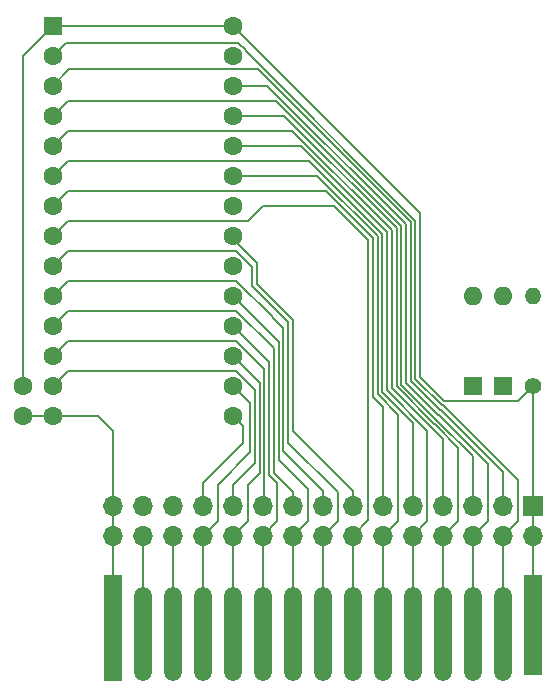
<source format=gbr>
%TF.GenerationSoftware,KiCad,Pcbnew,9.0.0*%
%TF.CreationDate,2025-05-03T18:19:40+02:00*%
%TF.ProjectId,SV3x8-SimpleCart,53563378-382d-4536-996d-706c65436172,1*%
%TF.SameCoordinates,Original*%
%TF.FileFunction,Copper,L1,Top*%
%TF.FilePolarity,Positive*%
%FSLAX46Y46*%
G04 Gerber Fmt 4.6, Leading zero omitted, Abs format (unit mm)*
G04 Created by KiCad (PCBNEW 9.0.0) date 2025-05-03 18:19:40*
%MOMM*%
%LPD*%
G01*
G04 APERTURE LIST*
G04 Aperture macros list*
%AMRoundRect*
0 Rectangle with rounded corners*
0 $1 Rounding radius*
0 $2 $3 $4 $5 $6 $7 $8 $9 X,Y pos of 4 corners*
0 Add a 4 corners polygon primitive as box body*
4,1,4,$2,$3,$4,$5,$6,$7,$8,$9,$2,$3,0*
0 Add four circle primitives for the rounded corners*
1,1,$1+$1,$2,$3*
1,1,$1+$1,$4,$5*
1,1,$1+$1,$6,$7*
1,1,$1+$1,$8,$9*
0 Add four rect primitives between the rounded corners*
20,1,$1+$1,$2,$3,$4,$5,0*
20,1,$1+$1,$4,$5,$6,$7,0*
20,1,$1+$1,$6,$7,$8,$9,0*
20,1,$1+$1,$8,$9,$2,$3,0*%
G04 Aperture macros list end*
%TA.AperFunction,ComponentPad*%
%ADD10C,1.400000*%
%TD*%
%TA.AperFunction,ComponentPad*%
%ADD11O,1.400000X1.400000*%
%TD*%
%TA.AperFunction,ComponentPad*%
%ADD12R,1.600000X1.600000*%
%TD*%
%TA.AperFunction,ComponentPad*%
%ADD13O,1.600000X1.600000*%
%TD*%
%TA.AperFunction,ConnectorPad*%
%ADD14R,1.500000X8.500000*%
%TD*%
%TA.AperFunction,ConnectorPad*%
%ADD15RoundRect,0.750000X-0.000010X-3.250000X0.000010X-3.250000X0.000010X3.250000X-0.000010X3.250000X0*%
%TD*%
%TA.AperFunction,ConnectorPad*%
%ADD16R,1.500000X9.000000*%
%TD*%
%TA.AperFunction,ComponentPad*%
%ADD17RoundRect,0.250000X-0.550000X-0.550000X0.550000X-0.550000X0.550000X0.550000X-0.550000X0.550000X0*%
%TD*%
%TA.AperFunction,ComponentPad*%
%ADD18C,1.600000*%
%TD*%
%TA.AperFunction,ComponentPad*%
%ADD19R,1.700000X1.700000*%
%TD*%
%TA.AperFunction,ComponentPad*%
%ADD20O,1.700000X1.700000*%
%TD*%
%TA.AperFunction,Conductor*%
%ADD21C,0.200000*%
%TD*%
G04 APERTURE END LIST*
D10*
%TO.P,R1,1*%
%TO.N,+5V*%
X152400000Y-109220000D03*
D11*
%TO.P,R1,2*%
%TO.N,CS*%
X152400000Y-101600000D03*
%TD*%
D12*
%TO.P,D2,1,K*%
%TO.N,CS2*%
X149860000Y-109220000D03*
D13*
%TO.P,D2,2,A*%
%TO.N,CS*%
X149860000Y-101600000D03*
%TD*%
D12*
%TO.P,D1,1,K*%
%TO.N,CS1*%
X147320000Y-109220000D03*
D13*
%TO.P,D1,2,A*%
%TO.N,CS*%
X147320000Y-101600000D03*
%TD*%
D14*
%TO.P,J1,2,Pin_2*%
%TO.N,+5V*%
X152400000Y-129500000D03*
D15*
%TO.P,J1,4,Pin_4*%
%TO.N,/A12*%
X149860000Y-130250000D03*
%TO.P,J1,6,Pin_6*%
%TO.N,/A13*%
X147320000Y-130250000D03*
%TO.P,J1,8,Pin_8*%
%TO.N,/A8*%
X144780000Y-130250000D03*
%TO.P,J1,10,Pin_10*%
%TO.N,/A9*%
X142240000Y-130250000D03*
%TO.P,J1,12,Pin_12*%
%TO.N,/A11*%
X139700000Y-130250000D03*
%TO.P,J1,14,Pin_14*%
%TO.N,/A2*%
X137160000Y-130250000D03*
%TO.P,J1,16,Pin_16*%
%TO.N,/A1*%
X134620000Y-130250000D03*
%TO.P,J1,18,Pin_18*%
%TO.N,/D7*%
X132080000Y-130250000D03*
%TO.P,J1,20,Pin_20*%
%TO.N,/D6*%
X129540000Y-130250000D03*
%TO.P,J1,22,Pin_22*%
%TO.N,/D5*%
X127000000Y-130250000D03*
%TO.P,J1,24,Pin_24*%
%TO.N,/D4*%
X124460000Y-130250000D03*
%TO.P,J1,26,Pin_26*%
%TO.N,CS4*%
X121920000Y-130250000D03*
%TO.P,J1,28,Pin_28*%
%TO.N,CS2*%
X119380000Y-130250000D03*
D16*
%TO.P,J1,30,Pin_30*%
%TO.N,GND*%
X116840000Y-129750000D03*
%TD*%
D17*
%TO.P,U1,1,VPP*%
%TO.N,+5V*%
X111760000Y-78740000D03*
D18*
%TO.P,U1,2,A12*%
%TO.N,/A12*%
X111760000Y-81280000D03*
%TO.P,U1,3,A7*%
%TO.N,/A7*%
X111760000Y-83820000D03*
%TO.P,U1,4,A6*%
%TO.N,/A6*%
X111760000Y-86360000D03*
%TO.P,U1,5,A5*%
%TO.N,/A5*%
X111760000Y-88900000D03*
%TO.P,U1,6,A4*%
%TO.N,/A4*%
X111760000Y-91440000D03*
%TO.P,U1,7,A3*%
%TO.N,/A3*%
X111760000Y-93980000D03*
%TO.P,U1,8,A2*%
%TO.N,/A2*%
X111760000Y-96520000D03*
%TO.P,U1,9,A1*%
%TO.N,/A1*%
X111760000Y-99060000D03*
%TO.P,U1,10,A0*%
%TO.N,/A0*%
X111760000Y-101600000D03*
%TO.P,U1,11,D0*%
%TO.N,/D0*%
X111760000Y-104140000D03*
%TO.P,U1,12,D1*%
%TO.N,/D1*%
X111760000Y-106680000D03*
%TO.P,U1,13,D2*%
%TO.N,/D2*%
X111760000Y-109220000D03*
%TO.P,U1,14,GND*%
%TO.N,GND*%
X111760000Y-111760000D03*
%TO.P,U1,15,D3*%
%TO.N,/D3*%
X127000000Y-111760000D03*
%TO.P,U1,16,D4*%
%TO.N,/D4*%
X127000000Y-109220000D03*
%TO.P,U1,17,D5*%
%TO.N,/D5*%
X127000000Y-106680000D03*
%TO.P,U1,18,D6*%
%TO.N,/D6*%
X127000000Y-104140000D03*
%TO.P,U1,19,D7*%
%TO.N,/D7*%
X127000000Y-101600000D03*
%TO.P,U1,20,~{CE}*%
%TO.N,CS*%
X127000000Y-99060000D03*
%TO.P,U1,21,A10*%
%TO.N,/A10*%
X127000000Y-96520000D03*
%TO.P,U1,22,~{OE}*%
%TO.N,CS*%
X127000000Y-93980000D03*
%TO.P,U1,23,A11*%
%TO.N,/A11*%
X127000000Y-91440000D03*
%TO.P,U1,24,A9*%
%TO.N,/A9*%
X127000000Y-88900000D03*
%TO.P,U1,25,A8*%
%TO.N,/A8*%
X127000000Y-86360000D03*
%TO.P,U1,26,A13*%
%TO.N,/A13*%
X127000000Y-83820000D03*
%TO.P,U1,27,A14*%
%TO.N,CS1*%
X127000000Y-81280000D03*
%TO.P,U1,28,VCC*%
%TO.N,+5V*%
X127000000Y-78740000D03*
%TD*%
%TO.P,C1,1*%
%TO.N,+5V*%
X109220000Y-109260000D03*
%TO.P,C1,2*%
%TO.N,GND*%
X109220000Y-111760000D03*
%TD*%
D19*
%TO.P,J2,1,Pin_1*%
%TO.N,+5V*%
X152400000Y-119380000D03*
D20*
%TO.P,J2,2,Pin_2*%
X152400000Y-121920000D03*
%TO.P,J2,3,Pin_3*%
%TO.N,/A7*%
X149860000Y-119380000D03*
%TO.P,J2,4,Pin_4*%
%TO.N,/A12*%
X149860000Y-121920000D03*
%TO.P,J2,5,Pin_5*%
%TO.N,/A6*%
X147320000Y-119380000D03*
%TO.P,J2,6,Pin_6*%
%TO.N,/A13*%
X147320000Y-121920000D03*
%TO.P,J2,7,Pin_7*%
%TO.N,/A5*%
X144780000Y-119380000D03*
%TO.P,J2,8,Pin_8*%
%TO.N,/A8*%
X144780000Y-121920000D03*
%TO.P,J2,9,Pin_9*%
%TO.N,/A4*%
X142240000Y-119380000D03*
%TO.P,J2,10,Pin_10*%
%TO.N,/A9*%
X142240000Y-121920000D03*
%TO.P,J2,11,Pin_11*%
%TO.N,/A3*%
X139700000Y-119380000D03*
%TO.P,J2,12,Pin_12*%
%TO.N,/A11*%
X139700000Y-121920000D03*
%TO.P,J2,13,Pin_13*%
%TO.N,/A10*%
X137160000Y-119380000D03*
%TO.P,J2,14,Pin_14*%
%TO.N,/A2*%
X137160000Y-121920000D03*
%TO.P,J2,15,Pin_15*%
%TO.N,/A0*%
X134620000Y-119380000D03*
%TO.P,J2,16,Pin_16*%
%TO.N,/A1*%
X134620000Y-121920000D03*
%TO.P,J2,17,Pin_17*%
%TO.N,/D0*%
X132080000Y-119380000D03*
%TO.P,J2,18,Pin_18*%
%TO.N,/D7*%
X132080000Y-121920000D03*
%TO.P,J2,19,Pin_19*%
%TO.N,/D1*%
X129540000Y-119380000D03*
%TO.P,J2,20,Pin_20*%
%TO.N,/D6*%
X129540000Y-121920000D03*
%TO.P,J2,21,Pin_21*%
%TO.N,/D2*%
X127000000Y-119380000D03*
%TO.P,J2,22,Pin_22*%
%TO.N,/D5*%
X127000000Y-121920000D03*
%TO.P,J2,23,Pin_23*%
%TO.N,/D3*%
X124460000Y-119380000D03*
%TO.P,J2,24,Pin_24*%
%TO.N,/D4*%
X124460000Y-121920000D03*
%TO.P,J2,25,Pin_25*%
%TO.N,CS3*%
X121920000Y-119380000D03*
%TO.P,J2,26,Pin_26*%
%TO.N,CS4*%
X121920000Y-121920000D03*
%TO.P,J2,27,Pin_27*%
%TO.N,CS1*%
X119380000Y-119380000D03*
%TO.P,J2,28,Pin_28*%
%TO.N,CS2*%
X119380000Y-121920000D03*
%TO.P,J2,29,Pin_29*%
%TO.N,GND*%
X116840000Y-119380000D03*
%TO.P,J2,30,Pin_30*%
X116840000Y-121920000D03*
%TD*%
D21*
%TO.N,GND*%
X115570000Y-111760000D02*
X116840000Y-113030000D01*
X116840000Y-113030000D02*
X116840000Y-119380000D01*
X116840000Y-125250000D02*
X116840000Y-119380000D01*
X109220000Y-111760000D02*
X111760000Y-111760000D01*
X111760000Y-111760000D02*
X115570000Y-111760000D01*
%TO.N,+5V*%
X109220000Y-81280000D02*
X111760000Y-78740000D01*
X142875000Y-108458000D02*
X144907000Y-110490000D01*
X111760000Y-78740000D02*
X127000000Y-78740000D01*
X152400000Y-119380000D02*
X152400000Y-109220000D01*
X109220000Y-109260000D02*
X109220000Y-81280000D01*
X152400000Y-125250000D02*
X152400000Y-119380000D01*
X142875000Y-94615000D02*
X142875000Y-108458000D01*
X127000000Y-78740000D02*
X142875000Y-94615000D01*
X144907000Y-110490000D02*
X151130000Y-110490000D01*
X151130000Y-110490000D02*
X152400000Y-109220000D01*
%TO.N,CS2*%
X119380000Y-127000000D02*
X119380000Y-121920000D01*
%TO.N,/D7*%
X130880000Y-115513000D02*
X130880000Y-105480000D01*
X133350000Y-117983000D02*
X130880000Y-115513000D01*
X132080000Y-121920000D02*
X133350000Y-120650000D01*
X132080000Y-127000000D02*
X132080000Y-121920000D01*
X133350000Y-120650000D02*
X133350000Y-117983000D01*
X130880000Y-105480000D02*
X127000000Y-101600000D01*
%TO.N,/D0*%
X132080000Y-118177919D02*
X130480000Y-116577919D01*
X127287050Y-102870000D02*
X113030000Y-102870000D01*
X130480000Y-106062950D02*
X127287050Y-102870000D01*
X113030000Y-102870000D02*
X111760000Y-104140000D01*
X130480000Y-116577919D02*
X130480000Y-106062950D01*
X132080000Y-119380000D02*
X132080000Y-118177919D01*
%TO.N,/D1*%
X113030000Y-105410000D02*
X111760000Y-106680000D01*
X129680000Y-119240000D02*
X129680000Y-107802950D01*
X129680000Y-107802950D02*
X127287050Y-105410000D01*
X127287050Y-105410000D02*
X113030000Y-105410000D01*
%TO.N,/D2*%
X127287050Y-107950000D02*
X113030000Y-107950000D01*
X127000000Y-119380000D02*
X127000000Y-117602000D01*
X128880000Y-109542950D02*
X127287050Y-107950000D01*
X128880000Y-115722000D02*
X128880000Y-109542950D01*
X113030000Y-107950000D02*
X111760000Y-109220000D01*
X127000000Y-117602000D02*
X128880000Y-115722000D01*
%TO.N,/A9*%
X132749884Y-88900000D02*
X127000000Y-88900000D01*
X142240000Y-121920000D02*
X143491000Y-120669000D01*
X143491000Y-113033801D02*
X140071000Y-109613801D01*
X142240000Y-127000000D02*
X142240000Y-121920000D01*
X140071000Y-96221116D02*
X132749884Y-88900000D01*
X140071000Y-109613801D02*
X140071000Y-96221116D01*
X143491000Y-120669000D02*
X143491000Y-113033801D01*
%TO.N,/A8*%
X144780000Y-127000000D02*
X144780000Y-121920000D01*
X146050000Y-120650000D02*
X146050000Y-114450256D01*
X140872000Y-95890744D02*
X131341256Y-86360000D01*
X131341256Y-86360000D02*
X127000000Y-86360000D01*
X144780000Y-121920000D02*
X146050000Y-120650000D01*
X140871999Y-109283429D02*
X140872000Y-95890744D01*
X144078570Y-112490000D02*
X140871999Y-109283429D01*
X146050000Y-114450256D02*
X144089744Y-112490000D01*
X144089744Y-112490000D02*
X144078570Y-112490000D01*
%TO.N,/D4*%
X125730000Y-117602000D02*
X128480000Y-114852000D01*
X128480000Y-110700000D02*
X127000000Y-109220000D01*
X124460000Y-127000000D02*
X124460000Y-121920000D01*
X128480000Y-114852000D02*
X128480000Y-110700000D01*
X124460000Y-121920000D02*
X125730000Y-120650000D01*
X125730000Y-120650000D02*
X125730000Y-117602000D01*
%TO.N,/A11*%
X139700000Y-121920000D02*
X140989000Y-120631000D01*
X140989000Y-111663167D02*
X139271000Y-109945167D01*
X139700000Y-127000000D02*
X139700000Y-121920000D01*
X139271000Y-96552488D02*
X134158512Y-91440000D01*
X139271000Y-109945167D02*
X139271000Y-96552488D01*
X140989000Y-120631000D02*
X140989000Y-111663167D01*
X134158512Y-91440000D02*
X127000000Y-91440000D01*
%TO.N,/D6*%
X130080000Y-107220000D02*
X127000000Y-104140000D01*
X129540000Y-127000000D02*
X129540000Y-121920000D01*
X130791000Y-120669000D02*
X130791000Y-117454605D01*
X130080000Y-116743604D02*
X130080000Y-107220000D01*
X129540000Y-121920000D02*
X130791000Y-120669000D01*
X130791000Y-117454605D02*
X130080000Y-116743604D01*
%TO.N,/A0*%
X134620000Y-118110000D02*
X131280000Y-114770000D01*
X131280000Y-104344370D02*
X130391000Y-103455370D01*
X130391000Y-103455370D02*
X130391000Y-103433950D01*
X134620000Y-119380000D02*
X134620000Y-118110000D01*
X127287050Y-100330000D02*
X113030000Y-100330000D01*
X131280000Y-114770000D02*
X131280000Y-104344370D01*
X130391000Y-103433950D02*
X127287050Y-100330000D01*
X113030000Y-100330000D02*
X111760000Y-101600000D01*
%TO.N,/A5*%
X113030000Y-87630000D02*
X111760000Y-88900000D01*
X144780000Y-119380000D02*
X144780000Y-113757115D01*
X140472000Y-96056430D02*
X132045570Y-87630000D01*
X144780000Y-113757115D02*
X140471999Y-109449114D01*
X132045570Y-87630000D02*
X113030000Y-87630000D01*
X140471999Y-109449114D02*
X140472000Y-96056430D01*
%TO.N,/A7*%
X113157000Y-82423000D02*
X111760000Y-83820000D01*
X144621686Y-111290000D02*
X144575628Y-111290000D01*
X149860000Y-119380000D02*
X149860000Y-116528314D01*
X142075000Y-95396686D02*
X129101314Y-82423000D01*
X129101314Y-82423000D02*
X113157000Y-82423000D01*
X142075000Y-108789370D02*
X142075000Y-95396686D01*
X149860000Y-116528314D02*
X144621686Y-111290000D01*
X144575628Y-111290000D02*
X142075000Y-108789370D01*
%TO.N,/A6*%
X147320000Y-115154570D02*
X144255430Y-112090000D01*
X113030000Y-85090000D02*
X111760000Y-86360000D01*
X130636942Y-85090000D02*
X113030000Y-85090000D01*
X147320000Y-119380000D02*
X147320000Y-115154570D01*
X144244256Y-112090000D02*
X141271999Y-109117743D01*
X141271999Y-109117743D02*
X141271999Y-95725057D01*
X144255430Y-112090000D02*
X144244256Y-112090000D01*
X141271999Y-95725057D02*
X130636942Y-85090000D01*
%TO.N,/A1*%
X131680000Y-114027000D02*
X131680000Y-103797686D01*
X127287050Y-97790000D02*
X113030000Y-97790000D01*
X128632000Y-100749685D02*
X128632000Y-99134950D01*
X113030000Y-97790000D02*
X111760000Y-99060000D01*
X131680000Y-103797686D02*
X128632000Y-100749685D01*
X134620000Y-121920000D02*
X135890000Y-120650000D01*
X128632000Y-99134950D02*
X127287050Y-97790000D01*
X135890000Y-120650000D02*
X135890000Y-118237000D01*
X135890000Y-118237000D02*
X131680000Y-114027000D01*
X134620000Y-127000000D02*
X134620000Y-121920000D01*
%TO.N,/A4*%
X139671000Y-96386802D02*
X133454198Y-90170000D01*
X113030000Y-90170000D02*
X111760000Y-91440000D01*
X142240000Y-119380000D02*
X142240000Y-112348484D01*
X139671000Y-109779484D02*
X139671000Y-96386802D01*
X142240000Y-112348484D02*
X139671000Y-109779484D01*
X133454198Y-90170000D02*
X113030000Y-90170000D01*
%TO.N,/A10*%
X129032000Y-100584000D02*
X129032000Y-98806000D01*
X129032000Y-98806000D02*
X127000000Y-96774000D01*
X132080000Y-113030000D02*
X132080000Y-103632000D01*
X137160000Y-118110000D02*
X132080000Y-113030000D01*
X132080000Y-103632000D02*
X129032000Y-100584000D01*
X137160000Y-119380000D02*
X137160000Y-118110000D01*
%TO.N,/D3*%
X124460000Y-117475000D02*
X127889000Y-114046000D01*
X124460000Y-119380000D02*
X124460000Y-117475000D01*
X127889000Y-114046000D02*
X127889000Y-112649000D01*
X127889000Y-112649000D02*
X127000000Y-111760000D01*
%TO.N,/A13*%
X144409942Y-111690000D02*
X141672000Y-108952058D01*
X141672000Y-95559372D02*
X129932628Y-83820000D01*
X129932628Y-83820000D02*
X127000000Y-83820000D01*
X141672000Y-108952058D02*
X141672000Y-95559372D01*
X147320000Y-127000000D02*
X147320000Y-121920000D01*
X144456001Y-111690000D02*
X144409942Y-111690000D01*
X148590000Y-120650000D02*
X148590000Y-115824000D01*
X147320000Y-121920000D02*
X148590000Y-120650000D01*
X148590000Y-115824000D02*
X144456001Y-111690000D01*
%TO.N,/A3*%
X139700000Y-110998000D02*
X138871000Y-110169000D01*
X139700000Y-119380000D02*
X139700000Y-110998000D01*
X138871000Y-96718174D02*
X134862826Y-92710000D01*
X134862826Y-92710000D02*
X113030000Y-92710000D01*
X138871000Y-110169000D02*
X138871000Y-96718174D01*
X113030000Y-92710000D02*
X111760000Y-93980000D01*
%TO.N,/A12*%
X151130000Y-120650000D02*
X151130000Y-117221000D01*
X144799000Y-110890000D02*
X144741314Y-110890000D01*
X112861000Y-80179000D02*
X111760000Y-81280000D01*
X142475000Y-108623685D02*
X142475000Y-95231000D01*
X128101000Y-80857000D02*
X128101000Y-80823950D01*
X149860000Y-121920000D02*
X151130000Y-120650000D01*
X151130000Y-117221000D02*
X144799000Y-110890000D01*
X142475000Y-95231000D02*
X128101000Y-80857000D01*
X144741314Y-110890000D02*
X142475000Y-108623685D01*
X149860000Y-127000000D02*
X149860000Y-121920000D01*
X128101000Y-80823950D02*
X127456050Y-80179000D01*
X127456050Y-80179000D02*
X112861000Y-80179000D01*
%TO.N,CS4*%
X121920000Y-127000000D02*
X121920000Y-121920000D01*
%TO.N,/D5*%
X128281755Y-120636600D02*
X128281755Y-117590245D01*
X128281755Y-117590245D02*
X129280000Y-116592000D01*
X127011755Y-126986600D02*
X127011755Y-121906600D01*
X129280000Y-108960000D02*
X127000000Y-106680000D01*
X127011755Y-121906600D02*
X128281755Y-120636600D01*
X129280000Y-116592000D02*
X129280000Y-108960000D01*
%TO.N,/A2*%
X113030000Y-95250000D02*
X111760000Y-96520000D01*
X138471000Y-120609000D02*
X138471000Y-96883860D01*
X129540000Y-93980000D02*
X128270000Y-95250000D01*
X135567140Y-93980000D02*
X129540000Y-93980000D01*
X138471000Y-96883860D02*
X135567140Y-93980000D01*
X137160000Y-121920000D02*
X138471000Y-120609000D01*
X137160000Y-127000000D02*
X137160000Y-121920000D01*
X128270000Y-95250000D02*
X113030000Y-95250000D01*
%TD*%
M02*

</source>
